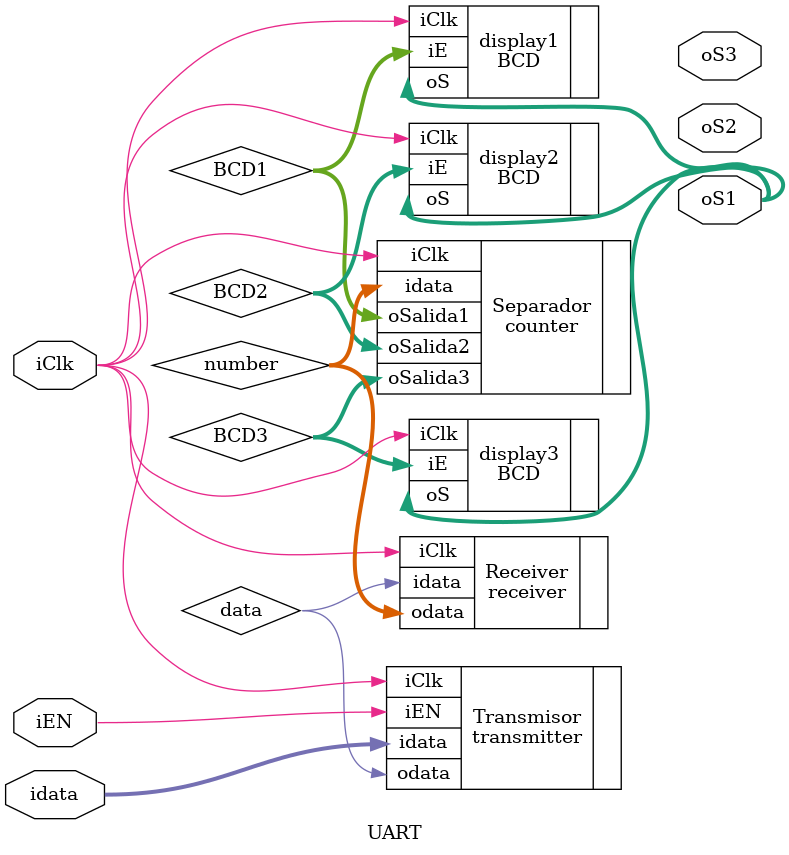
<source format=v>
module UART(
input iClk,
input iEN,
input [7:0]idata,
output [6:0]oS1,
output [6:0]oS2,
output [6:0]oS3
);

wire [3:0] BCD1;
wire [3:0] BCD2;
wire [3:0] BCD3;
//wire BaudRate;
wire data;
wire [7:0]number;

/*
frec_divider BaudRate(
.iClk (iClk),
.ofrec (BaudRate)
);
*/
transmitter Transmisor(
.idata (idata),
.iEN (iEN),
//.iBPS (BaudRate),
.iClk (iClk),
.odata (data)
);

receiver Receiver(
.iClk (iClk),
.idata (data),
.odata (number)
);

counter Separador(
.iClk (iClk),
.idata (number),
.oSalida1 (BCD1),
.oSalida2 (BCD2),
.oSalida3 (BCD3)
);

BCD display1(
.iClk (iClk),
.iE (BCD1),
.oS (oS1)
);

BCD display2(
.iClk (iClk),
.iE (BCD2),
.oS (oS1)
);

BCD display3(
.iClk (iClk),
.iE (BCD3),
.oS (oS1)
);

endmodule 
</source>
